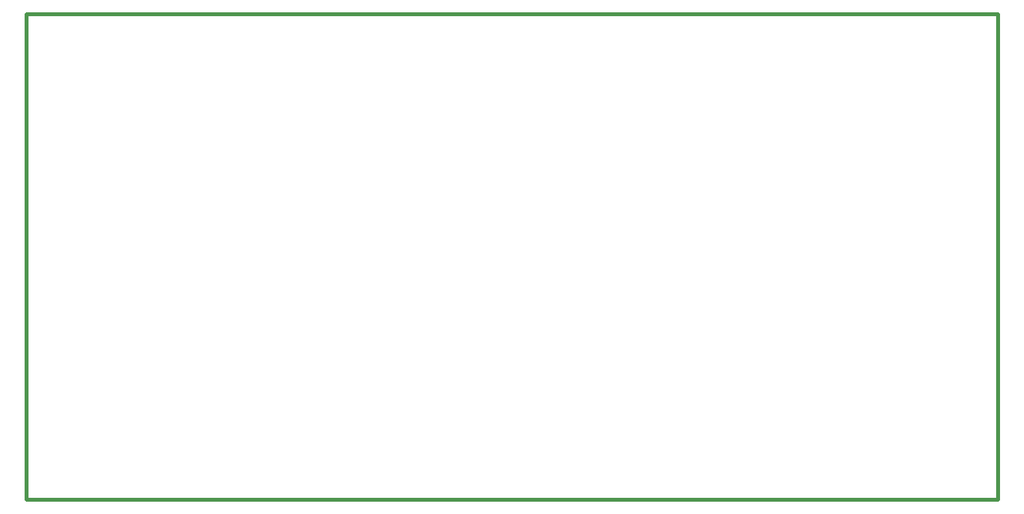
<source format=gm1>
G04 #@! TF.GenerationSoftware,KiCad,Pcbnew,(5.1.5)-3*
G04 #@! TF.CreationDate,2020-03-04T17:17:07-08:00*
G04 #@! TF.ProjectId,tail,7461696c-2e6b-4696-9361-645f70636258,rev?*
G04 #@! TF.SameCoordinates,Original*
G04 #@! TF.FileFunction,Profile,NP*
%FSLAX46Y46*%
G04 Gerber Fmt 4.6, Leading zero omitted, Abs format (unit mm)*
G04 Created by KiCad (PCBNEW (5.1.5)-3) date 2020-03-04 17:17:07*
%MOMM*%
%LPD*%
G04 APERTURE LIST*
%ADD10C,0.508000*%
G04 APERTURE END LIST*
D10*
X76200000Y-63500000D02*
X76200000Y-127000000D01*
X203200000Y-63500000D02*
X76200000Y-63500000D01*
X203200000Y-127000000D02*
X203200000Y-63500000D01*
X76200000Y-127000000D02*
X203200000Y-127000000D01*
M02*

</source>
